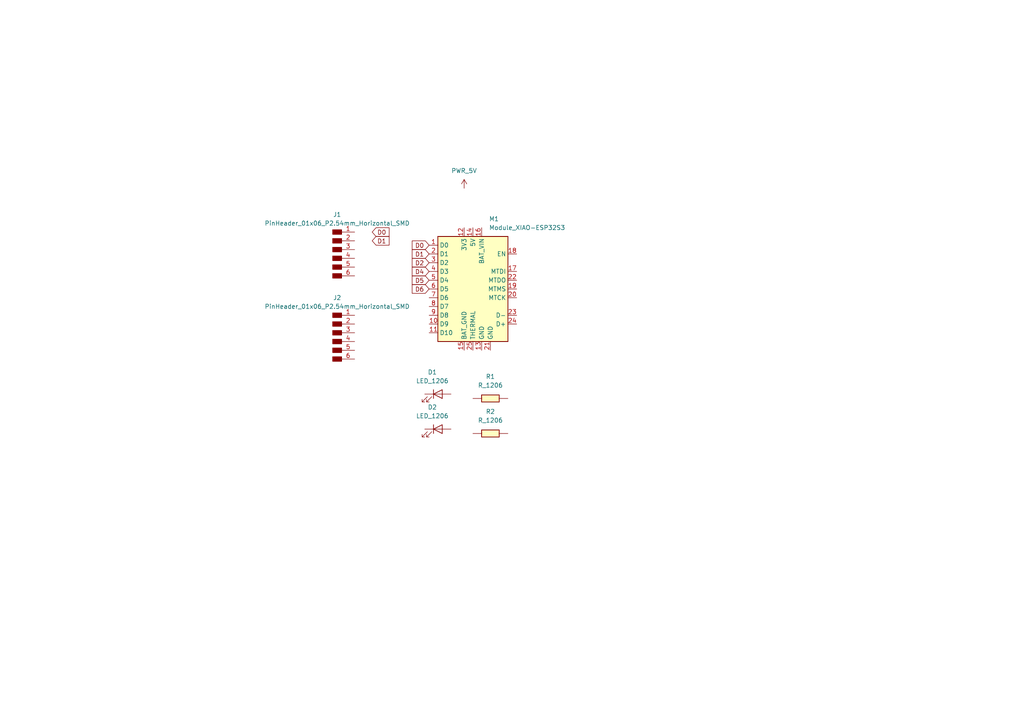
<source format=kicad_sch>
(kicad_sch (version 20250114) (generator "eeschema") (generator_version "9.0")
  (paper "A4")
  (lib_symbols
    (symbol "fab.kicad_sym:LED_1206" (pin_numbers (hide yes)) (pin_names (offset 1.016) (hide yes))
      (property "Reference" "D" (at 0 2.54 0))
      (property "Value" "LED_1206" (at 0 -2.54 0))
      (symbol "LED_1206_0_1"
        (polyline (pts (xy -3.048 -0.762) (xy -4.572 -2.286) (xy -3.81 -2.286) (xy -4.572 -2.286) (xy -4.572 -1.524)))
        (polyline (pts (xy -1.778 -0.762) (xy -3.302 -2.286) (xy -2.54 -2.286) (xy -3.302 -2.286) (xy -3.302 -1.524)))
        (polyline (pts (xy -1.27 0) (xy 1.27 0)))
        (polyline (pts (xy -1.27 -1.27) (xy -1.27 1.27)) (stroke (width 0.2032)))
        (polyline (pts (xy 1.27 -1.27) (xy 1.27 1.27) (xy -1.27 0) (xy 1.27 -1.27)) (stroke (width 0.2032)))
      )
      (symbol "LED_1206_1_1"
        (pin passive line (at -3.81 0 0) (length 2.54) (name "K") (number "1"))
        (pin passive line (at 3.81 0 180) (length 2.54) (name "A") (number "2"))
      )
    )
    (symbol "fab.kicad_sym:Module_XIAO-ESP32S3"
      (property "Reference" "M" (at -10.16 16.51 0))
      (property "Value" "Module_XIAO-ESP32S3" (at 3.81 16.51 0))
      (symbol "Module_XIAO-ESP32S3_1_1"
        (rectangle (start -10.16 15.24) (end 10.16 -15.24) (stroke (width 0.254)) (fill (type background)))
        (pin bidirectional line (at -12.7 12.7 0) (length 2.54) (name "D0") (number "1"))
        (pin bidirectional line (at -12.7 10.16 0) (length 2.54) (name "D1") (number "2"))
        (pin bidirectional line (at -12.7 7.62 0) (length 2.54) (name "D2") (number "3"))
        (pin bidirectional line (at -12.7 5.08 0) (length 2.54) (name "D3") (number "4"))
        (pin bidirectional line (at -12.7 2.54 0) (length 2.54) (name "D4") (number "5"))
        (pin bidirectional line (at -12.7 0 0) (length 2.54) (name "D5") (number "6"))
        (pin bidirectional line (at -12.7 -2.54 0) (length 2.54) (name "D6") (number "7"))
        (pin bidirectional line (at -12.7 -5.08 0) (length 2.54) (name "D7") (number "8"))
        (pin bidirectional line (at -12.7 -7.62 0) (length 2.54) (name "D8") (number "9"))
        (pin bidirectional line (at -12.7 -10.16 0) (length 2.54) (name "D9") (number "10"))
        (pin bidirectional line (at -12.7 -12.7 0) (length 2.54) (name "D10") (number "11"))
        (pin power_in line (at -2.54 17.78 270) (length 2.54) (name "3V3") (number "12"))
        (pin power_in line (at -2.54 -17.78 90) (length 2.54) (name "BAT_GND") (number "15"))
        (pin power_in line (at 0 17.78 270) (length 2.54) (name "5V") (number "14"))
        (pin power_in line (at 0 -17.78 90) (length 2.54) (name "THERMAL") (number "25"))
        (pin power_in line (at 2.54 17.78 270) (length 2.54) (name "BAT_VIN") (number "16"))
        (pin power_in line (at 2.54 -17.78 90) (length 2.54) (name "GND") (number "13"))
        (pin power_in line (at 5.08 -17.78 90) (length 2.54) (name "GND") (number "21"))
        (pin input line (at 12.7 10.16 180) (length 2.54) (name "EN") (number "18"))
        (pin input line (at 12.7 5.08 180) (length 2.54) (name "MTDI") (number "17"))
        (pin output line (at 12.7 2.54 180) (length 2.54) (name "MTDO") (number "22"))
        (pin input line (at 12.7 0 180) (length 2.54) (name "MTMS") (number "19"))
        (pin input line (at 12.7 -2.54 180) (length 2.54) (name "MTCK") (number "20"))
        (pin bidirectional line (at 12.7 -7.62 180) (length 2.54) (name "D-") (number "23"))
        (pin bidirectional line (at 12.7 -10.16 180) (length 2.54) (name "D+") (number "24"))
      )
    )
    (symbol "fab.kicad_sym:PWR_5V" (power) (pin_names (offset 0))
      (property "Value" "PWR_5V" (at 0 3.556 0))
      (symbol "PWR_5V_0_1"
        (polyline (pts (xy -0.762 1.27) (xy 0 2.54)))
        (polyline (pts (xy 0 2.54) (xy 0.762 1.27)))
        (polyline (pts (xy 0 0) (xy 0 2.54)))
      )
      (symbol "PWR_5V_1_1"
        (pin power_in line (at 0 0 90) (length 0) (hide yes) (name "PWR_5V") (number "1"))
      )
    )
    (symbol "fab.kicad_sym:PinHeader_01x06_P2.54mm_Horizontal_SMD" (pin_names (hide yes))
      (property "Reference" "J" (at 0 7.62 0))
      (property "Value" "PinHeader_01x06_P2.54mm_Horizontal_SMD" (at 0 -10.16 0))
      (symbol "PinHeader_01x06_P2.54mm_Horizontal_SMD_1_1"
        (rectangle (start -1.27 5.715) (end 1.27 4.445) (stroke (width 0.254)) (fill (type outline)))
        (rectangle (start -1.27 3.175) (end 1.27 1.905) (stroke (width 0.254)) (fill (type outline)))
        (rectangle (start -1.27 0.635) (end 1.27 -0.635) (stroke (width 0.254)) (fill (type outline)))
        (rectangle (start -1.27 -1.905) (end 1.27 -3.175) (stroke (width 0.254)) (fill (type outline)))
        (rectangle (start -1.27 -4.445) (end 1.27 -5.715) (stroke (width 0.254)) (fill (type outline)))
        (rectangle (start -1.27 -6.985) (end 1.27 -8.255) (stroke (width 0.254)) (fill (type outline)))
        (pin passive line (at 5.08 5.08 180) (length 3.81) (name "Pin_1") (number "1"))
        (pin passive line (at 5.08 2.54 180) (length 3.81) (name "Pin_2") (number "2"))
        (pin passive line (at 5.08 0 180) (length 3.81) (name "Pin_3") (number "3"))
        (pin passive line (at 5.08 -2.54 180) (length 3.81) (name "Pin_4") (number "4"))
        (pin passive line (at 5.08 -5.08 180) (length 3.81) (name "Pin_5") (number "5"))
        (pin passive line (at 5.08 -7.62 180) (length 3.81) (name "Pin_6") (number "6"))
      )
    )
    (symbol "fab.kicad_sym:R_1206" (pin_numbers (hide yes)) (pin_names (offset 0))
      (property "Reference" "R" (at 2.54 0 90))
      (property "Value" "R_1206" (at -2.54 0 90))
      (symbol "R_1206_0_1"
        (rectangle (start -1.016 -2.54) (end 1.016 2.54) (stroke (width 0.254)) (fill (type background)))
      )
      (symbol "R_1206_1_1"
        (pin passive line (at 0 5.08 270) (length 2.54) (name "~") (number "1"))
        (pin passive line (at 0 -5.08 90) (length 2.54) (name "~") (number "2"))
      )
    )
  )
  (global_label "D0" (shape input) (at 107.95 67.31 0) (property "Intersheetrefs" "${INTERSHEET_REFS}" (effects (hide yes))))
  (global_label "D2" (shape input) (at 124.46 76.2 180) (property "Intersheetrefs" "${INTERSHEET_REFS}" (effects (hide yes))))
  (global_label "D1" (shape input) (at 107.95 69.85 0) (property "Intersheetrefs" "${INTERSHEET_REFS}" (effects (hide yes))))
  (global_label "D5" (shape input) (at 124.46 81.28 180) (property "Intersheetrefs" "${INTERSHEET_REFS}" (effects (hide yes))))
  (global_label "D0" (shape input) (at 124.46 71.12 180) (property "Intersheetrefs" "${INTERSHEET_REFS}" (effects (hide yes))))
  (global_label "D1" (shape input) (at 124.46 73.66 180) (property "Intersheetrefs" "${INTERSHEET_REFS}" (effects (hide yes))))
  (global_label "D4" (shape input) (at 124.46 78.74 180) (property "Intersheetrefs" "${INTERSHEET_REFS}" (effects (hide yes))))
  (global_label "D6" (shape input) (at 124.46 83.82 180) (property "Intersheetrefs" "${INTERSHEET_REFS}" (effects (hide yes))))
  (symbol (lib_id "fab.kicad_sym:PinHeader_01x06_P2.54mm_Horizontal_SMD") (at 97.79 72.39 0) (unit 1)
    (property "Reference" "J1" (at 97.79 62.23 0))
    (property "Value" "PinHeader_01x06_P2.54mm_Horizontal_SMD" (at 97.79 64.77 0))
    (property "Footprint" "fab:PinHeader_01x06_P2.54mm_Horizontal_SMD" (effects (hide yes)))
    (property "Datasheet" "https://gct.co/files/specs/2.54mm-socket-spec.pdf" (effects (hide yes)))
    (property "Description" "Male connector, single row" (effects (hide yes)))
  )
  (symbol (lib_id "fab.kicad_sym:R_1206") (at 142.24 115.57 90) (unit 1)
    (property "Reference" "R1" (at 142.24 109.22 90))
    (property "Value" "R_1206" (at 142.24 111.76 90))
    (property "Footprint" "fab:R_1206" (effects (hide yes)))
    (property "Description" "Resistor" (effects (hide yes)))
  )
  (symbol (lib_id "fab.kicad_sym:PWR_5V") (at 134.62 54.61 0) (unit 1)
    (property "Reference" "#PWR01" (effects (hide yes)))
    (property "Value" "PWR_5V" (at 134.62 49.53 0))
    (property "Description" "Power symbol creates a global label with name \"+5V\"" (effects (hide yes)))
  )
  (symbol (lib_id "fab.kicad_sym:PinHeader_01x06_P2.54mm_Horizontal_SMD") (at 97.79 96.52 0) (unit 1)
    (property "Reference" "J2" (at 97.79 86.36 0))
    (property "Value" "PinHeader_01x06_P2.54mm_Horizontal_SMD" (at 97.79 88.9 0))
    (property "Footprint" "fab:PinHeader_01x06_P2.54mm_Horizontal_SMD" (effects (hide yes)))
    (property "Datasheet" "https://gct.co/files/specs/2.54mm-socket-spec.pdf" (effects (hide yes)))
    (property "Description" "Male connector, single row" (effects (hide yes)))
  )
  (symbol (lib_id "fab.kicad_sym:Module_XIAO-ESP32S3") (at 137.16 83.82 0) (unit 1)
    (property "Reference" "M1" (at 141.8433 63.5 0) (effects (justify left)))
    (property "Value" "Module_XIAO-ESP32S3" (at 141.8433 66.04 0) (effects (justify left)))
    (property "Footprint" "fab:SeeedStudio_XIAO_ESP32S3" (effects (hide yes)))
    (property "Datasheet" "https://wiki.seeedstudio.com/xiao_esp32s3_getting_started/" (effects (hide yes)))
    (property "Description" "ESP32-C3 Transceiver; 802.11 a/b/g/n (Wi-Fi, WiFi, WLAN), Bluetooth® Smart 4.x Low Energy (BLE) 2.4GHz Evaluation Board" (effects (hide yes)))
  )
  (symbol (lib_id "fab.kicad_sym:LED_1206") (at 127 124.46 0) (unit 1)
    (property "Reference" "D2" (at 125.3998 118.11 0))
    (property "Value" "LED_1206" (at 125.3998 120.65 0))
    (property "Footprint" "fab:LED_1206" (effects (hide yes)))
    (property "Datasheet" "https://optoelectronics.liteon.com/upload/download/DS-22-98-0002/LTST-C150CKT.pdf" (effects (hide yes)))
    (property "Description" "Light emitting diode, Lite-On Inc. LTST, SMD" (effects (hide yes)))
  )
  (symbol (lib_id "fab.kicad_sym:R_1206") (at 142.24 125.73 90) (unit 1)
    (property "Reference" "R2" (at 142.24 119.38 90))
    (property "Value" "R_1206" (at 142.24 121.92 90))
    (property "Footprint" "fab:R_1206" (effects (hide yes)))
    (property "Description" "Resistor" (effects (hide yes)))
  )
  (symbol (lib_id "fab.kicad_sym:LED_1206") (at 127 114.3 0) (unit 1)
    (property "Reference" "D1" (at 125.3998 107.95 0))
    (property "Value" "LED_1206" (at 125.3998 110.49 0))
    (property "Footprint" "fab:LED_1206" (effects (hide yes)))
    (property "Datasheet" "https://optoelectronics.liteon.com/upload/download/DS-22-98-0002/LTST-C150CKT.pdf" (effects (hide yes)))
    (property "Description" "Light emitting diode, Lite-On Inc. LTST, SMD" (effects (hide yes)))
  )
)
</source>
